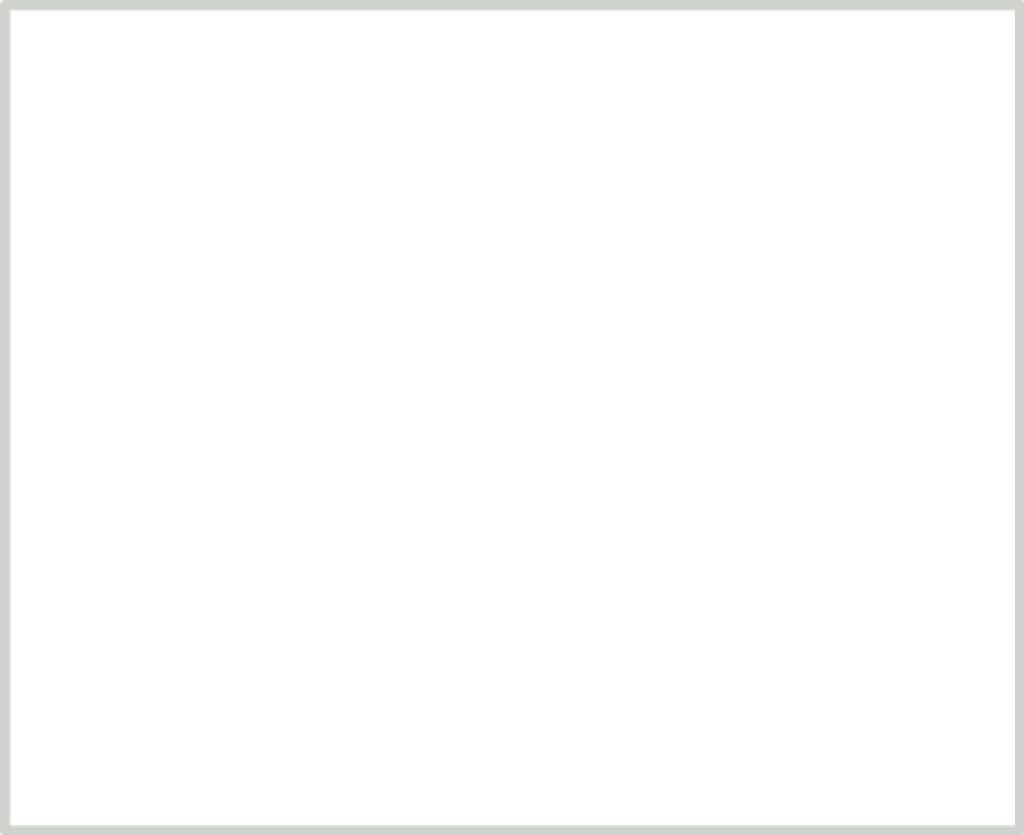
<source format=kicad_pcb>
(kicad_pcb (version 20171130) (host pcbnew "(5.1.6-0-10_14)")

  (general
    (thickness 1)
    (drawings 4)
    (tracks 0)
    (zones 0)
    (modules 18)
    (nets 1)
  )

  (page A4)
  (title_block
    (company "Universidade Federal de Minas Gerais")
    (comment 2 "Márcio Flávio Dutra Moraes")
    (comment 3 "Leonardo de Oliveira Guarnieri")
    (comment 4 "Flávio Afonso Gonçalves Mourão")
  )

  (layers
    (0 F.Cu signal)
    (31 B.Cu signal)
    (32 B.Adhes user)
    (33 F.Adhes user)
    (34 B.Paste user)
    (35 F.Paste user)
    (36 B.SilkS user)
    (37 F.SilkS user)
    (38 B.Mask user)
    (39 F.Mask user)
    (40 Dwgs.User user)
    (41 Cmts.User user)
    (42 Eco1.User user)
    (43 Eco2.User user)
    (44 Edge.Cuts user)
    (45 Margin user)
    (46 B.CrtYd user)
    (47 F.CrtYd user)
    (48 B.Fab user)
    (49 F.Fab user)
  )

  (setup
    (last_trace_width 0.25)
    (trace_clearance 0.2)
    (zone_clearance 0.508)
    (zone_45_only no)
    (trace_min 0.2)
    (via_size 0.6)
    (via_drill 0.4)
    (via_min_size 0.4)
    (via_min_drill 0.3)
    (uvia_size 0.3)
    (uvia_drill 0.1)
    (uvias_allowed no)
    (uvia_min_size 0.2)
    (uvia_min_drill 0.1)
    (edge_width 0.15)
    (segment_width 0.2)
    (pcb_text_width 0.3)
    (pcb_text_size 1.5 1.5)
    (mod_edge_width 0.15)
    (mod_text_size 1 1)
    (mod_text_width 0.15)
    (pad_size 0.5 0.5)
    (pad_drill 0.5)
    (pad_to_mask_clearance 0.2)
    (aux_axis_origin 0 0)
    (visible_elements FFFFFF7F)
    (pcbplotparams
      (layerselection 0x00030_80000001)
      (usegerberextensions false)
      (usegerberattributes true)
      (usegerberadvancedattributes true)
      (creategerberjobfile true)
      (excludeedgelayer true)
      (linewidth 0.150000)
      (plotframeref false)
      (viasonmask false)
      (mode 1)
      (useauxorigin false)
      (hpglpennumber 1)
      (hpglpenspeed 20)
      (hpglpendiameter 15.000000)
      (psnegative false)
      (psa4output false)
      (plotreference true)
      (plotvalue true)
      (plotinvisibletext false)
      (padsonsilk false)
      (subtractmaskfromsilk false)
      (outputformat 1)
      (mirror false)
      (drillshape 1)
      (scaleselection 1)
      (outputdirectory ""))
  )

  (net 0 "")

  (net_class Default "This is the default net class."
    (clearance 0.2)
    (trace_width 0.25)
    (via_dia 0.6)
    (via_drill 0.4)
    (uvia_dia 0.3)
    (uvia_drill 0.1)
  )

  (module NNClib:1pad (layer F.Cu) (tedit 5B5B572F) (tstamp 5B5B57D5)
    (at 162.3 86.2)
    (descr "module 1 pin (ou trou mecanique de percage)")
    (tags DEV)
    (fp_text reference REF** (at 0 -3.048) (layer F.SilkS) hide
      (effects (font (size 1 1) (thickness 0.15)))
    )
    (fp_text value 1pin (at 0 2.794) (layer F.Fab) hide
      (effects (font (size 1 1) (thickness 0.15)))
    )
    (pad 1 np_thru_hole circle (at 0 0) (size 0.5 0.5) (drill 0.5) (layers *.Cu *.Mask))
  )

  (module NNClib:1pad (layer F.Cu) (tedit 5B5B572F) (tstamp 5B5B57D0)
    (at 165.7 86.2)
    (descr "module 1 pin (ou trou mecanique de percage)")
    (tags DEV)
    (fp_text reference REF** (at 0 -3.048) (layer F.SilkS) hide
      (effects (font (size 1 1) (thickness 0.15)))
    )
    (fp_text value 1pin (at 0 2.794) (layer F.Fab) hide
      (effects (font (size 1 1) (thickness 0.15)))
    )
    (pad 1 np_thru_hole circle (at 0 0) (size 0.5 0.5) (drill 0.5) (layers *.Cu *.Mask))
  )

  (module NNClib:1pad (layer F.Cu) (tedit 5B5B5734) (tstamp 5B42F881)
    (at 159 85.8)
    (descr "module 1 pin (ou trou mecanique de percage)")
    (tags DEV)
    (fp_text reference REF** (at 0 -3.048) (layer F.SilkS) hide
      (effects (font (size 1 1) (thickness 0.15)))
    )
    (fp_text value 1pin (at 0 2.794) (layer F.Fab) hide
      (effects (font (size 1 1) (thickness 0.15)))
    )
    (pad 1 np_thru_hole circle (at 0 0) (size 0.5 0.5) (drill 0.5) (layers *.Cu *.Mask))
  )

  (module NNClib:1pad (layer F.Cu) (tedit 5B3BE411) (tstamp 5B42F87D)
    (at 169 77.2)
    (descr "module 1 pin (ou trou mecanique de percage)")
    (tags DEV)
    (fp_text reference REF** (at 0 -3.048) (layer F.SilkS) hide
      (effects (font (size 1 1) (thickness 0.15)))
    )
    (fp_text value 1pin (at 0 2.794) (layer F.Fab) hide
      (effects (font (size 1 1) (thickness 0.15)))
    )
    (pad 1 np_thru_hole circle (at 0 0) (size 0.5 0.5) (drill 0.5) (layers *.Cu *.Mask))
  )

  (module NNClib:1pad (layer F.Cu) (tedit 5B5B56B3) (tstamp 5B42F895)
    (at 161.8 81.4)
    (descr "module 1 pin (ou trou mecanique de percage)")
    (tags DEV)
    (fp_text reference REF** (at 0 -3.048) (layer F.SilkS) hide
      (effects (font (size 1 1) (thickness 0.15)))
    )
    (fp_text value 1pin (at 0 2.794) (layer F.Fab) hide
      (effects (font (size 1 1) (thickness 0.15)))
    )
    (pad 1 np_thru_hole circle (at 0 0) (size 0.5 0.5) (drill 0.5) (layers *.Cu *.Mask))
  )

  (module NNClib:1pad (layer F.Cu) (tedit 5B5B573A) (tstamp 5B42F891)
    (at 162.6 80.9)
    (descr "module 1 pin (ou trou mecanique de percage)")
    (tags DEV)
    (fp_text reference REF** (at 0 -3.048) (layer F.SilkS) hide
      (effects (font (size 1 1) (thickness 0.15)))
    )
    (fp_text value 1pin (at 0 2.794) (layer F.Fab) hide
      (effects (font (size 1 1) (thickness 0.15)))
    )
    (pad 1 np_thru_hole circle (at 0 0) (size 0.5 0.5) (drill 0.5) (layers *.Cu *.Mask))
  )

  (module NNClib:1pad (layer F.Cu) (tedit 5B3BE411) (tstamp 5B42F88D)
    (at 166 79.9)
    (descr "module 1 pin (ou trou mecanique de percage)")
    (tags DEV)
    (fp_text reference REF** (at 0 -3.048) (layer F.SilkS) hide
      (effects (font (size 1 1) (thickness 0.15)))
    )
    (fp_text value 1pin (at 0 2.794) (layer F.Fab) hide
      (effects (font (size 1 1) (thickness 0.15)))
    )
    (pad 1 np_thru_hole circle (at 0 0) (size 0.5 0.5) (drill 0.5) (layers *.Cu *.Mask))
  )

  (module NNClib:1pad (layer F.Cu) (tedit 5B5B5724) (tstamp 5B42F889)
    (at 157.8 80.7)
    (descr "module 1 pin (ou trou mecanique de percage)")
    (tags DEV)
    (fp_text reference REF** (at 0 -3.048) (layer F.SilkS) hide
      (effects (font (size 1 1) (thickness 0.15)))
    )
    (fp_text value 1pin (at 0 2.794) (layer F.Fab) hide
      (effects (font (size 1 1) (thickness 0.15)))
    )
    (pad 1 np_thru_hole circle (at 0 0) (size 0.5 0.5) (drill 0.5) (layers *.Cu *.Mask))
  )

  (module NNClib:1pad (layer F.Cu) (tedit 5B3BE411) (tstamp 5B42F885)
    (at 165.4 80.9)
    (descr "module 1 pin (ou trou mecanique de percage)")
    (tags DEV)
    (fp_text reference REF** (at 0 -3.048) (layer F.SilkS) hide
      (effects (font (size 1 1) (thickness 0.15)))
    )
    (fp_text value 1pin (at 0 2.794) (layer F.Fab) hide
      (effects (font (size 1 1) (thickness 0.15)))
    )
    (pad 1 np_thru_hole circle (at 0 0) (size 0.5 0.5) (drill 0.5) (layers *.Cu *.Mask))
  )

  (module NNClib:1pad (layer F.Cu) (tedit 5B3BE411) (tstamp 5B42F879)
    (at 166.2 81.4)
    (descr "module 1 pin (ou trou mecanique de percage)")
    (tags DEV)
    (fp_text reference REF** (at 0 -3.048) (layer F.SilkS) hide
      (effects (font (size 1 1) (thickness 0.15)))
    )
    (fp_text value 1pin (at 0 2.794) (layer F.Fab) hide
      (effects (font (size 1 1) (thickness 0.15)))
    )
    (pad 1 np_thru_hole circle (at 0 0) (size 0.5 0.5) (drill 0.5) (layers *.Cu *.Mask))
  )

  (module NNClib:1pad (layer F.Cu) (tedit 5B5B5729) (tstamp 5B42F864)
    (at 159 80)
    (descr "module 1 pin (ou trou mecanique de percage)")
    (tags DEV)
    (fp_text reference REF** (at 0 -3.048) (layer F.SilkS) hide
      (effects (font (size 1 1) (thickness 0.15)))
    )
    (fp_text value 1pin (at 0 2.794) (layer F.Fab) hide
      (effects (font (size 1 1) (thickness 0.15)))
    )
    (pad 1 np_thru_hole circle (at 0 0) (size 0.5 0.5) (drill 0.5) (layers *.Cu *.Mask))
  )

  (module NNClib:1pad (layer F.Cu) (tedit 5B3BE411) (tstamp 5B42F860)
    (at 170.2 80.7)
    (descr "module 1 pin (ou trou mecanique de percage)")
    (tags DEV)
    (fp_text reference REF** (at 0 -3.048) (layer F.SilkS) hide
      (effects (font (size 1 1) (thickness 0.15)))
    )
    (fp_text value 1pin (at 0 2.794) (layer F.Fab) hide
      (effects (font (size 1 1) (thickness 0.15)))
    )
    (pad 1 np_thru_hole circle (at 0 0) (size 0.5 0.5) (drill 0.5) (layers *.Cu *.Mask))
  )

  (module NNClib:1pad (layer F.Cu) (tedit 5B5B5714) (tstamp 5B42F85C)
    (at 162 79.9)
    (descr "module 1 pin (ou trou mecanique de percage)")
    (tags DEV)
    (fp_text reference REF** (at 0 -3.048) (layer F.SilkS) hide
      (effects (font (size 1 1) (thickness 0.15)))
    )
    (fp_text value 1pin (at 0 2.794) (layer F.Fab) hide
      (effects (font (size 1 1) (thickness 0.15)))
    )
    (pad 1 np_thru_hole circle (at 0 0) (size 0.5 0.5) (drill 0.5) (layers *.Cu *.Mask))
  )

  (module NNClib:1pad (layer F.Cu) (tedit 5B3BE411) (tstamp 5B42F858)
    (at 169 80)
    (descr "module 1 pin (ou trou mecanique de percage)")
    (tags DEV)
    (fp_text reference REF** (at 0 -3.048) (layer F.SilkS) hide
      (effects (font (size 1 1) (thickness 0.15)))
    )
    (fp_text value 1pin (at 0 2.794) (layer F.Fab) hide
      (effects (font (size 1 1) (thickness 0.15)))
    )
    (pad 1 np_thru_hole circle (at 0 0) (size 0.5 0.5) (drill 0.5) (layers *.Cu *.Mask))
  )

  (module NNClib:1pad (layer F.Cu) (tedit 5B5B5754) (tstamp 5B42F84F)
    (at 168.3 82.8)
    (descr "module 1 pin (ou trou mecanique de percage)")
    (tags DEV)
    (fp_text reference REF** (at 0 -3.048) (layer F.SilkS) hide
      (effects (font (size 1 1) (thickness 0.15)))
    )
    (fp_text value 1pin (at 0 2.794) (layer F.Fab) hide
      (effects (font (size 1 1) (thickness 0.15)))
    )
    (pad 1 np_thru_hole circle (at 0 0) (size 0.5 0.5) (drill 0.5) (layers *.Cu *.Mask))
  )

  (module NNClib:1pad (layer F.Cu) (tedit 5B5B572F) (tstamp 5B42F846)
    (at 159.7 82.8)
    (descr "module 1 pin (ou trou mecanique de percage)")
    (tags DEV)
    (fp_text reference REF** (at 0 -3.048) (layer F.SilkS) hide
      (effects (font (size 1 1) (thickness 0.15)))
    )
    (fp_text value 1pin (at 0 2.794) (layer F.Fab) hide
      (effects (font (size 1 1) (thickness 0.15)))
    )
    (pad 1 np_thru_hole circle (at 0 0) (size 0.5 0.5) (drill 0.5) (layers *.Cu *.Mask))
  )

  (module NNClib:1pad (layer F.Cu) (tedit 5B5B5743) (tstamp 5B42F83D)
    (at 164 85.8)
    (descr "module 1 pin (ou trou mecanique de percage)")
    (tags DEV)
    (fp_text reference REF** (at 0 -3.048) (layer F.SilkS) hide
      (effects (font (size 1 1) (thickness 0.15)))
    )
    (fp_text value 1pin (at 0 2.794) (layer F.Fab) hide
      (effects (font (size 1 1) (thickness 0.15)))
    )
    (pad 1 np_thru_hole circle (at 0 0) (size 0.5 0.5) (drill 0.5) (layers *.Cu *.Mask))
  )

  (module NNClib:1pad (layer F.Cu) (tedit 5B5B6A44) (tstamp 5B42F832)
    (at 164 77.2)
    (descr "module 1 pin (ou trou mecanique de percage)")
    (tags DEV)
    (fp_text reference REF** (at 0 -3.048) (layer F.SilkS) hide
      (effects (font (size 1 1) (thickness 0.15)))
    )
    (fp_text value 1pin (at 0 2.794) (layer F.Fab) hide
      (effects (font (size 1 1) (thickness 0.15)))
    )
    (pad "" np_thru_hole circle (at 0 0) (size 0.5 0.5) (drill 0.5) (layers *.Cu *.Mask))
  )

  (gr_line (start 171.2 87) (end 156.7 87) (angle 90) (layer Edge.Cuts) (width 0.15))
  (gr_line (start 156.7 75.2) (end 171.2 75.2) (angle 90) (layer Edge.Cuts) (width 0.15))
  (gr_line (start 156.7 87) (end 156.7 75.2) (angle 90) (layer Edge.Cuts) (width 0.15))
  (gr_line (start 171.2 75.2) (end 171.2 87) (angle 90) (layer Edge.Cuts) (width 0.15))

)

</source>
